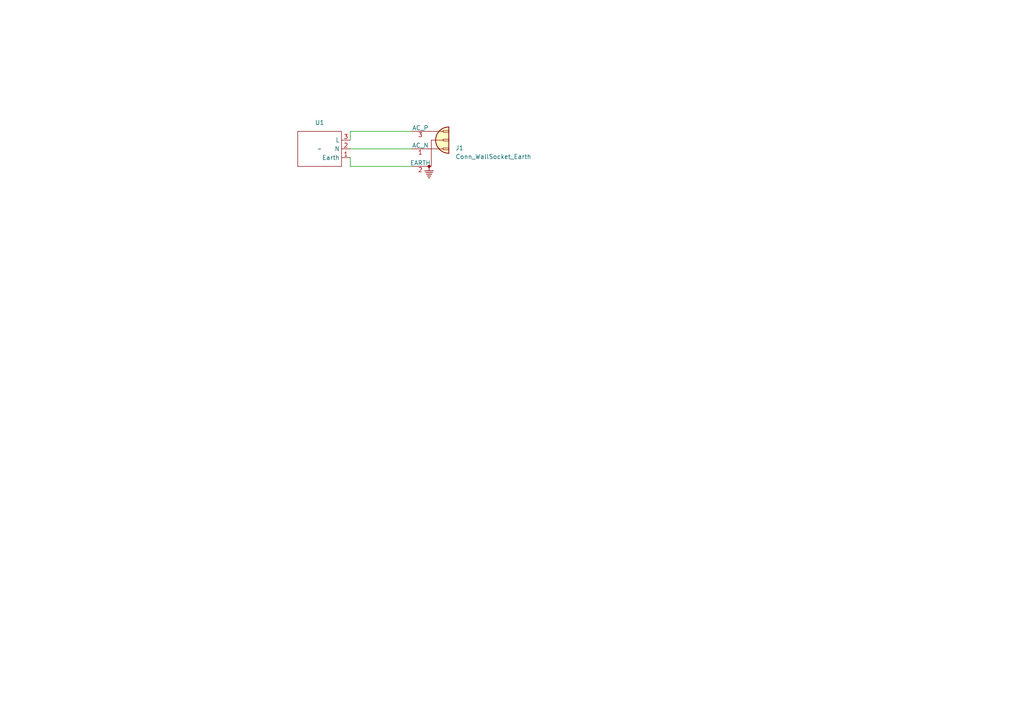
<source format=kicad_sch>
(kicad_sch (version 20230121) (generator eeschema)
  (paper "A4")
  (lib_symbols
    (symbol "Connector:Conn_WallSocket_Earth" (pin_names (offset 0))
      (property "Reference" "J1" (at 7.62 0.2667 0))
      (property "Value" "Conn_WallSocket_Earth" (at 7.62 -2.2733 0))
      (symbol "Conn_WallSocket_Earth_0_1"
        (circle (center 0 -5.08) (radius 0.3556) (fill (type outline)))
        (polyline (pts (xy -1.27 -6.35) (xy 1.27 -6.35)) (stroke (width 0.2032)))
        (polyline (pts (xy 0 -5.08) (xy 0 -6.35)) (stroke (width 0.2032)))
        (polyline (pts (xy 0.254 -8.382) (xy -0.254 -8.382)) (stroke (width 0.2032)))
        (polyline (pts (xy 0.508 -7.874) (xy -0.508 -7.874)) (stroke (width 0.2032)))
        (polyline (pts (xy 0.762 -7.366) (xy -0.762 -7.366)) (stroke (width 0.2032)))
        (polyline (pts (xy 1.016 -6.858) (xy -1.016 -6.858)) (stroke (width 0.2032)))
        (polyline (pts (xy 4.064 0) (xy 0 0)))
        (polyline (pts (xy 4.064 5.08) (xy 0 5.08)))
        (polyline (pts (xy 5.715 -1.27) (xy 5.715 6.35)) (stroke (width 0.254)))
        (polyline (pts (xy 0 -5.08) (xy 0.635 -5.08) (xy 0.635 2.54) (xy 4.064 2.54)))
        (rectangle (start 5.715 -0.254) (end 4.064 0.254))
        (rectangle (start 5.715 2.286) (end 4.064 2.794))
        (rectangle (start 5.715 4.826) (end 4.064 5.334))
        (arc (start 5.715 6.35) (mid 1.9216 2.54) (end 5.715 -1.27) (stroke (width 0.254)) (fill (type background)))
      )
      (symbol "Conn_WallSocket_Earth_1_1"
        (pin power_in line (at -5.08 0 0) (length 5.08) (name "AC_N") (number "1"))
        (pin passive line (at -5.08 -5.08 0) (length 5.08) (name "EARTH") (number "2"))
        (pin power_in line (at -5.08 5.08 0) (length 5.08) (name "AC_P") (number "3"))
      )
    )
    (symbol "power_supply:UPH-200A-5_input"
      (property "Reference" "U1" (at 0 7.62 0))
      (property "Value" "~" (at 0 0 0))
      (symbol "UPH-200A-5_input_0_1"
        (rectangle (start -6.35 5.08) (end 6.35 -5.08))
      )
      (symbol "UPH-200A-5_input_1_1"
        (pin input line (at 8.89 -2.54 180) (length 2.54) (name "Earth") (number "1"))
        (pin input line (at 8.89 0 180) (length 2.54) (name "N") (number "2"))
        (pin input line (at 8.89 2.54 180) (length 2.54) (name "L") (number "3"))
      )
    )
  )
  (wire (pts (xy 119.38 48.26) (xy 101.6 48.26)))
  (wire (pts (xy 101.6 43.18) (xy 119.38 43.18)))
  (wire (pts (xy 101.6 48.26) (xy 101.6 45.72)))
  (wire (pts (xy 101.6 38.1) (xy 101.6 40.64)))
  (wire (pts (xy 119.38 38.1) (xy 101.6 38.1)))
  (symbol (lib_id "power_supply:UPH-200A-5_input") (at 92.71 43.18 0) (unit 1)
    (property "Reference" "U1" (at 92.71 35.56 0))
    (property "Value" "~" (at 92.71 43.18 0))
    (property "Footprint" "power_supply:UHP-200A-5_input" (effects hide))
  )
  (symbol (lib_id "Connector:Conn_WallSocket_Earth") (at 124.46 43.18 0) (unit 1)
    (property "Reference" "J1" (at 132.08 42.9133 0) (effects (justify left)))
    (property "Value" "Conn_WallSocket_Earth" (at 132.08 45.4533 0) (effects (justify left)))
    (property "Footprint" "Connector_power:Connector_C14_earth" (effects hide))
  )
)
</source>
